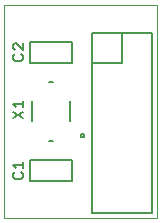
<source format=gto>
G75*
G70*
%OFA0B0*%
%FSLAX24Y24*%
%IPPOS*%
%LPD*%
%AMOC8*
5,1,8,0,0,1.08239X$1,22.5*
%
%ADD10C,0.0000*%
%ADD11C,0.0079*%
%ADD12C,0.0080*%
D10*
X000534Y001854D02*
X000534Y008941D01*
X005652Y008941D01*
X005652Y001854D01*
X000534Y001854D01*
D11*
X001400Y003075D02*
X002818Y003075D01*
X002818Y003784D01*
X001400Y003784D01*
X001400Y003075D01*
X002030Y004414D02*
X002188Y004414D01*
X002739Y005063D02*
X002739Y005732D01*
X002188Y006382D02*
X002030Y006382D01*
X001479Y005732D02*
X001479Y005063D01*
X001400Y007012D02*
X002818Y007012D01*
X002818Y007721D01*
X001400Y007721D01*
X001400Y007012D01*
X003096Y004591D02*
X003098Y004606D01*
X003104Y004620D01*
X003114Y004632D01*
X003126Y004641D01*
X003141Y004646D01*
X003156Y004647D01*
X003171Y004644D01*
X003184Y004637D01*
X003195Y004626D01*
X003203Y004613D01*
X003207Y004599D01*
X003207Y004583D01*
X003203Y004569D01*
X003195Y004556D01*
X003184Y004545D01*
X003171Y004538D01*
X003156Y004535D01*
X003141Y004536D01*
X003126Y004541D01*
X003114Y004550D01*
X003104Y004562D01*
X003098Y004576D01*
X003096Y004591D01*
X003471Y007004D02*
X004471Y007004D01*
X004471Y008004D01*
X005471Y008004D01*
X005471Y002004D01*
X003471Y002004D01*
X003471Y007004D01*
X003471Y008004D01*
X004471Y008004D01*
D12*
X001163Y007663D02*
X001163Y007454D01*
X000954Y007663D01*
X000902Y007663D01*
X000850Y007611D01*
X000850Y007506D01*
X000902Y007454D01*
X000902Y007301D02*
X000850Y007248D01*
X000850Y007144D01*
X000902Y007091D01*
X001111Y007091D01*
X001163Y007144D01*
X001163Y007248D01*
X001111Y007301D01*
X001163Y005754D02*
X001163Y005544D01*
X001163Y005649D02*
X000850Y005649D01*
X000954Y005544D01*
X000850Y005391D02*
X001163Y005182D01*
X001163Y005391D02*
X000850Y005182D01*
X001163Y003726D02*
X001163Y003517D01*
X001163Y003621D02*
X000850Y003621D01*
X000954Y003517D01*
X000902Y003364D02*
X000850Y003311D01*
X000850Y003207D01*
X000902Y003154D01*
X001111Y003154D01*
X001163Y003207D01*
X001163Y003311D01*
X001111Y003364D01*
M02*

</source>
